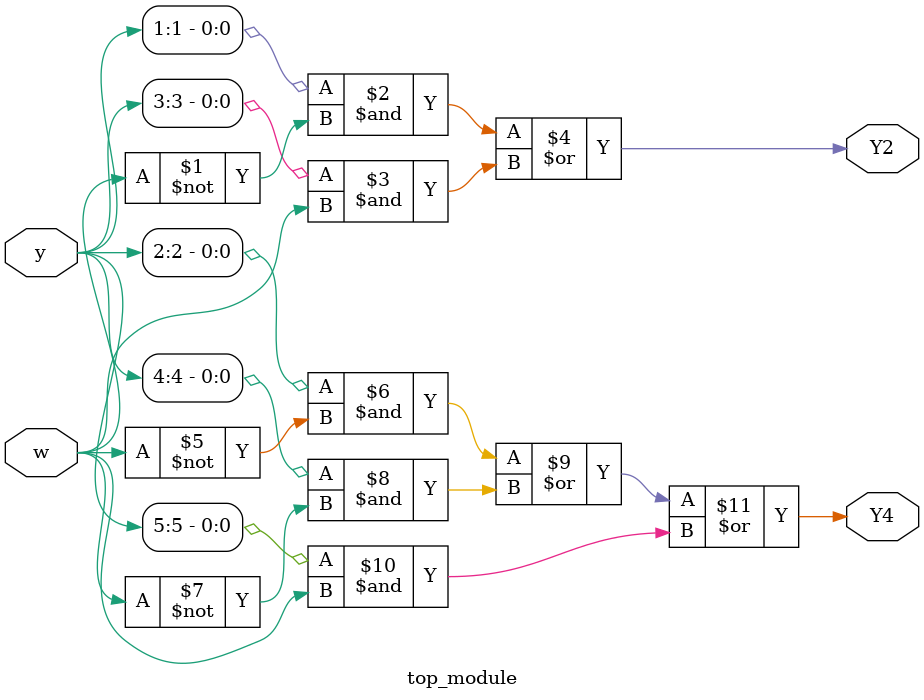
<source format=sv>
module top_module (
    input [6:1] y,
    input w,
    output Y2,
    output Y4
);

// Next-state logic for y[2] (state B and C)
assign Y2 = (y[1] & ~w) | (y[3] & w);

// Next-state logic for y[4] (state D, E, and F)
assign Y4 = (y[2] & ~w) | (y[4] & ~w) | (y[5] & w);

endmodule

</source>
